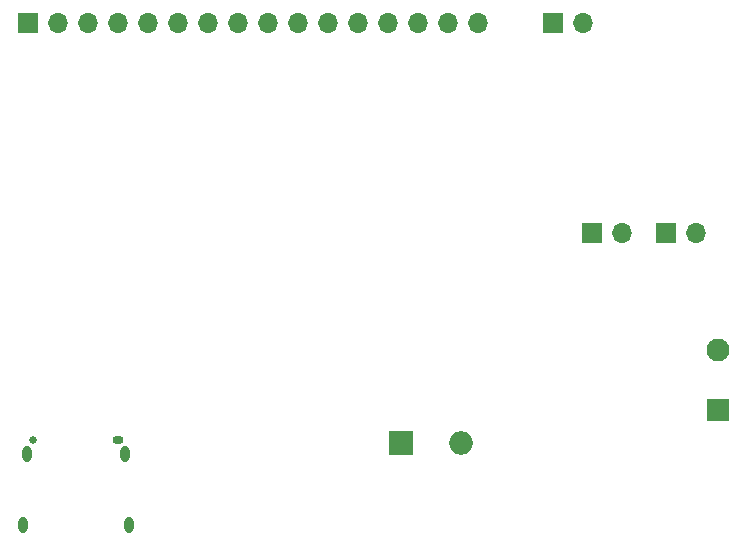
<source format=gbr>
%TF.GenerationSoftware,KiCad,Pcbnew,(5.1.9-0-10_14)*%
%TF.CreationDate,2021-04-08T19:41:26-04:00*%
%TF.ProjectId,RoboCloud,526f626f-436c-46f7-9564-2e6b69636164,rev?*%
%TF.SameCoordinates,Original*%
%TF.FileFunction,Soldermask,Bot*%
%TF.FilePolarity,Negative*%
%FSLAX46Y46*%
G04 Gerber Fmt 4.6, Leading zero omitted, Abs format (unit mm)*
G04 Created by KiCad (PCBNEW (5.1.9-0-10_14)) date 2021-04-08 19:41:26*
%MOMM*%
%LPD*%
G01*
G04 APERTURE LIST*
%ADD10C,1.950000*%
%ADD11R,1.950000X1.950000*%
%ADD12R,2.000000X2.000000*%
%ADD13O,2.000000X2.000000*%
%ADD14O,1.700000X1.700000*%
%ADD15R,1.700000X1.700000*%
%ADD16O,0.800000X1.400000*%
%ADD17O,0.950000X0.650000*%
%ADD18C,0.650000*%
G04 APERTURE END LIST*
D10*
%TO.C,J2*%
X193040000Y-95758000D03*
D11*
X193040000Y-100838000D03*
%TD*%
D12*
%TO.C,D1*%
X166217600Y-103632000D03*
D13*
X171297600Y-103632000D03*
%TD*%
D14*
%TO.C,M2*%
X191198500Y-85852000D03*
D15*
X188658500Y-85852000D03*
%TD*%
%TO.C,PINS*%
X134620000Y-68072000D03*
D14*
X137160000Y-68072000D03*
X139700000Y-68072000D03*
X142240000Y-68072000D03*
X144780000Y-68072000D03*
X147320000Y-68072000D03*
X149860000Y-68072000D03*
X152400000Y-68072000D03*
X154940000Y-68072000D03*
X157480000Y-68072000D03*
X160020000Y-68072000D03*
X162560000Y-68072000D03*
X165100000Y-68072000D03*
X167640000Y-68072000D03*
X170180000Y-68072000D03*
X172720000Y-68072000D03*
%TD*%
D16*
%TO.C,J3*%
X134554000Y-104586000D03*
X142814000Y-104586000D03*
X143174000Y-110536000D03*
X134194000Y-110536000D03*
D17*
X142284000Y-103336000D03*
D18*
X135084000Y-103336000D03*
%TD*%
D15*
%TO.C,GND*%
X179070000Y-68072000D03*
D14*
X181610000Y-68072000D03*
%TD*%
%TO.C,M1*%
X184912000Y-85852000D03*
D15*
X182372000Y-85852000D03*
%TD*%
M02*

</source>
